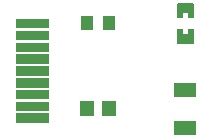
<source format=gtp>
G04 Layer: TopPasteMaskLayer*
G04 EasyEDA v6.5.5, 2022-06-29 11:53:04*
G04 45b2c0bde71c4c1c92ce3b501ee4c66e,9bf960991b9d4efa812b5d32ee5e6833,10*
G04 Gerber Generator version 0.2*
G04 Scale: 100 percent, Rotated: No, Reflected: No *
G04 Dimensions in millimeters *
G04 leading zeros omitted , absolute positions ,4 integer and 5 decimal *
%FSLAX45Y45*%
%MOMM*%

%ADD13R,1.0000X1.2500*%
%ADD14R,1.9000X1.2000*%

%LPD*%
G36*
X2469540Y8371687D02*
G01*
X2464511Y8366709D01*
X2464511Y8251698D01*
X2469540Y8246719D01*
X2511552Y8247176D01*
X2511552Y8291220D01*
X2556510Y8291220D01*
X2556510Y8246211D01*
X2597556Y8246719D01*
X2602534Y8251698D01*
X2602534Y8366709D01*
X2597556Y8371687D01*
G37*
G36*
X2469540Y8156702D02*
G01*
X2464511Y8151723D01*
X2464511Y8036712D01*
X2469540Y8031683D01*
X2597556Y8031683D01*
X2602534Y8036712D01*
X2602534Y8151723D01*
X2597556Y8156702D01*
X2556510Y8156194D01*
X2556510Y8112201D01*
X2511552Y8112201D01*
X2511552Y8156702D01*
G37*
D13*
G01*
X1880692Y8204200D03*
G01*
X1700707Y8204200D03*
D14*
G01*
X2531516Y7320305D03*
G01*
X2531516Y7640320D03*
G36*
X1636776Y7545323D02*
G01*
X1756663Y7545323D01*
X1756663Y7415276D01*
X1636776Y7415276D01*
G37*
G36*
X1824736Y7545323D02*
G01*
X1944624Y7545323D01*
X1944624Y7415276D01*
X1824736Y7415276D01*
G37*
G36*
X1375511Y7839991D02*
G01*
X1375511Y7759981D01*
X1097508Y7759981D01*
X1097508Y7839991D01*
G37*
G36*
X1375511Y7739992D02*
G01*
X1375511Y7659982D01*
X1097508Y7659982D01*
X1097508Y7739992D01*
G37*
G36*
X1375511Y7639992D02*
G01*
X1375511Y7559982D01*
X1097508Y7559982D01*
X1097508Y7639992D01*
G37*
G36*
X1375511Y7539992D02*
G01*
X1375511Y7459982D01*
X1097508Y7459982D01*
X1097508Y7539992D01*
G37*
G36*
X1375511Y7439992D02*
G01*
X1375511Y7359982D01*
X1097508Y7359982D01*
X1097508Y7439992D01*
G37*
G36*
X1375511Y7939991D02*
G01*
X1375511Y7859981D01*
X1097508Y7859981D01*
X1097508Y7939991D01*
G37*
G36*
X1375511Y8039991D02*
G01*
X1375511Y7959981D01*
X1097508Y7959981D01*
X1097508Y8039991D01*
G37*
G36*
X1375511Y8139991D02*
G01*
X1375511Y8059981D01*
X1097508Y8059981D01*
X1097508Y8139991D01*
G37*
G36*
X1375511Y8239991D02*
G01*
X1375511Y8159981D01*
X1097508Y8159981D01*
X1097508Y8239991D01*
G37*
M02*

</source>
